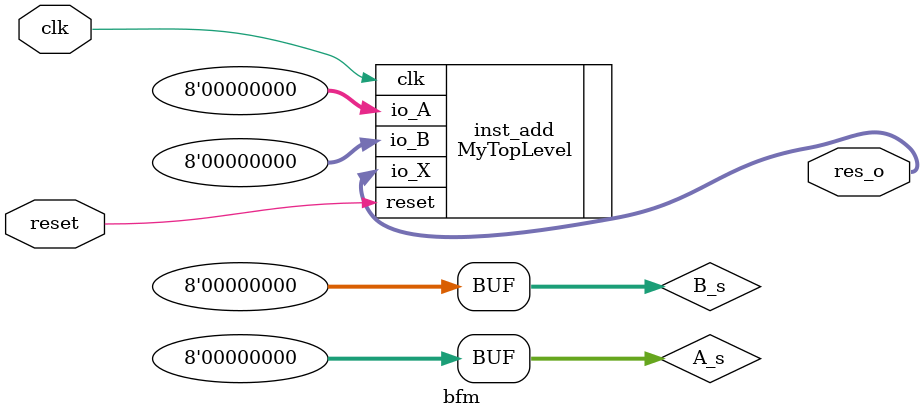
<source format=v>
`timescale 1ns/1ps

module bfm(
input   clk,
input   reset,
output  reg [7:0] res_o
);

reg [7:0] A_s;
reg [7:0] B_s;

parameter TOTAL_WIDTH=256;

//bit clk;
//always #5 clk = ~clk;

initial begin
    //clk = 0;
    A_s = 0;
    B_s = 0;
end

MyTopLevel inst_add(
    .io_A(A_s),
    .io_B(B_s),
    .io_X(res_o),
    .clk(clk),
    .reset(reset)
);


initial begin
    //$dumpfile("dump.vcd");
    //$dumpvars;
end

endmodule
</source>
